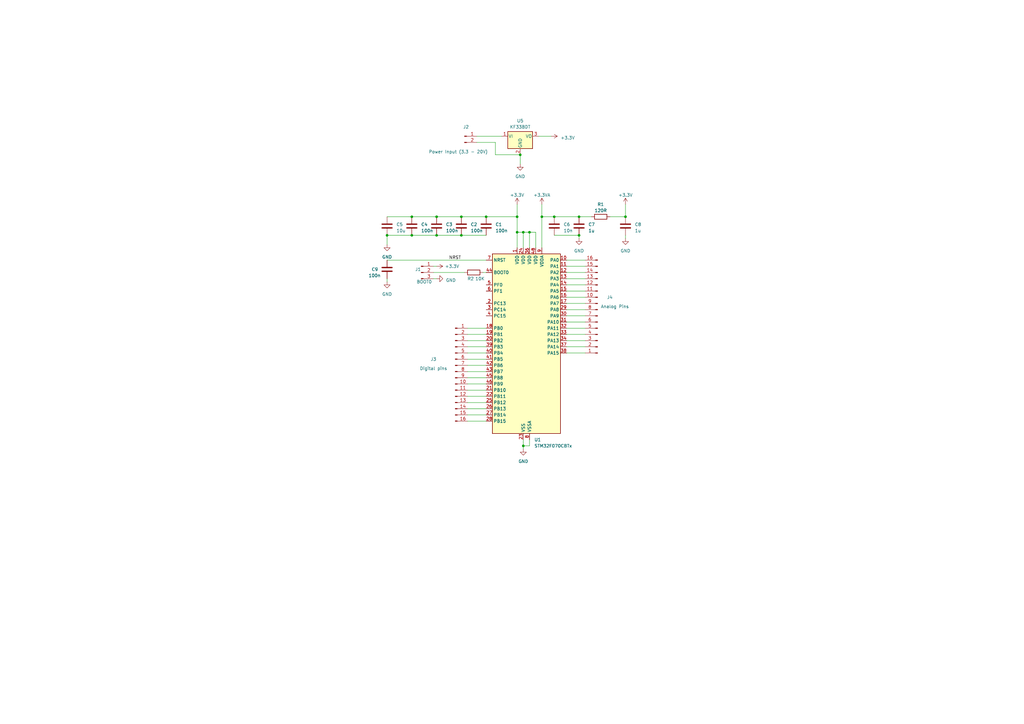
<source format=kicad_sch>
(kicad_sch (version 20230121) (generator eeschema)
  (paper "A3")
  (lib_symbols
    (symbol "Connector:Conn_01x02_Pin" (pin_names (offset 1.016) hide)
      (property "Reference" "J" (at 0 2.54 0))
      (property "Value" "Conn_01x02_Pin" (at 0 -5.08 0))
      (symbol "Conn_01x02_Pin_1_1"
        (polyline (pts (xy 1.27 -2.54) (xy 0.8636 -2.54)) (stroke (width 0.1524)))
        (polyline (pts (xy 1.27 0) (xy 0.8636 0)) (stroke (width 0.1524)))
        (rectangle (start 0.8636 -2.413) (end 0 -2.667) (stroke (width 0.1524)) (fill (type outline)))
        (rectangle (start 0.8636 0.127) (end 0 -0.127) (stroke (width 0.1524)) (fill (type outline)))
        (pin passive line (at 5.08 0 180) (length 3.81) (name "Pin_1") (number "1"))
        (pin passive line (at 5.08 -2.54 180) (length 3.81) (name "Pin_2") (number "2"))
      )
    )
    (symbol "Connector:Conn_01x03_Pin" (pin_names (offset 1.016) hide)
      (property "Reference" "J" (at 0 5.08 0))
      (property "Value" "Conn_01x03_Pin" (at 0 -5.08 0))
      (symbol "Conn_01x03_Pin_1_1"
        (polyline (pts (xy 1.27 -2.54) (xy 0.8636 -2.54)) (stroke (width 0.1524)))
        (polyline (pts (xy 1.27 0) (xy 0.8636 0)) (stroke (width 0.1524)))
        (polyline (pts (xy 1.27 2.54) (xy 0.8636 2.54)) (stroke (width 0.1524)))
        (rectangle (start 0.8636 -2.413) (end 0 -2.667) (stroke (width 0.1524)) (fill (type outline)))
        (rectangle (start 0.8636 0.127) (end 0 -0.127) (stroke (width 0.1524)) (fill (type outline)))
        (rectangle (start 0.8636 2.667) (end 0 2.413) (stroke (width 0.1524)) (fill (type outline)))
        (pin passive line (at 5.08 2.54 180) (length 3.81) (name "Pin_1") (number "1"))
        (pin passive line (at 5.08 0 180) (length 3.81) (name "Pin_2") (number "2"))
        (pin passive line (at 5.08 -2.54 180) (length 3.81) (name "Pin_3") (number "3"))
      )
    )
    (symbol "Connector:Conn_01x16_Pin" (pin_names (offset 1.016) hide)
      (property "Reference" "J" (at 0 20.32 0))
      (property "Value" "Conn_01x16_Pin" (at 0 -22.86 0))
      (symbol "Conn_01x16_Pin_1_1"
        (polyline (pts (xy 1.27 -20.32) (xy 0.8636 -20.32)) (stroke (width 0.1524)))
        (polyline (pts (xy 1.27 -17.78) (xy 0.8636 -17.78)) (stroke (width 0.1524)))
        (polyline (pts (xy 1.27 -15.24) (xy 0.8636 -15.24)) (stroke (width 0.1524)))
        (polyline (pts (xy 1.27 -12.7) (xy 0.8636 -12.7)) (stroke (width 0.1524)))
        (polyline (pts (xy 1.27 -10.16) (xy 0.8636 -10.16)) (stroke (width 0.1524)))
        (polyline (pts (xy 1.27 -7.62) (xy 0.8636 -7.62)) (stroke (width 0.1524)))
        (polyline (pts (xy 1.27 -5.08) (xy 0.8636 -5.08)) (stroke (width 0.1524)))
        (polyline (pts (xy 1.27 -2.54) (xy 0.8636 -2.54)) (stroke (width 0.1524)))
        (polyline (pts (xy 1.27 0) (xy 0.8636 0)) (stroke (width 0.1524)))
        (polyline (pts (xy 1.27 2.54) (xy 0.8636 2.54)) (stroke (width 0.1524)))
        (polyline (pts (xy 1.27 5.08) (xy 0.8636 5.08)) (stroke (width 0.1524)))
        (polyline (pts (xy 1.27 7.62) (xy 0.8636 7.62)) (stroke (width 0.1524)))
        (polyline (pts (xy 1.27 10.16) (xy 0.8636 10.16)) (stroke (width 0.1524)))
        (polyline (pts (xy 1.27 12.7) (xy 0.8636 12.7)) (stroke (width 0.1524)))
        (polyline (pts (xy 1.27 15.24) (xy 0.8636 15.24)) (stroke (width 0.1524)))
        (polyline (pts (xy 1.27 17.78) (xy 0.8636 17.78)) (stroke (width 0.1524)))
        (rectangle (start 0.8636 -20.193) (end 0 -20.447) (stroke (width 0.1524)) (fill (type outline)))
        (rectangle (start 0.8636 -17.653) (end 0 -17.907) (stroke (width 0.1524)) (fill (type outline)))
        (rectangle (start 0.8636 -15.113) (end 0 -15.367) (stroke (width 0.1524)) (fill (type outline)))
        (rectangle (start 0.8636 -12.573) (end 0 -12.827) (stroke (width 0.1524)) (fill (type outline)))
        (rectangle (start 0.8636 -10.033) (end 0 -10.287) (stroke (width 0.1524)) (fill (type outline)))
        (rectangle (start 0.8636 -7.493) (end 0 -7.747) (stroke (width 0.1524)) (fill (type outline)))
        (rectangle (start 0.8636 -4.953) (end 0 -5.207) (stroke (width 0.1524)) (fill (type outline)))
        (rectangle (start 0.8636 -2.413) (end 0 -2.667) (stroke (width 0.1524)) (fill (type outline)))
        (rectangle (start 0.8636 0.127) (end 0 -0.127) (stroke (width 0.1524)) (fill (type outline)))
        (rectangle (start 0.8636 2.667) (end 0 2.413) (stroke (width 0.1524)) (fill (type outline)))
        (rectangle (start 0.8636 5.207) (end 0 4.953) (stroke (width 0.1524)) (fill (type outline)))
        (rectangle (start 0.8636 7.747) (end 0 7.493) (stroke (width 0.1524)) (fill (type outline)))
        (rectangle (start 0.8636 10.287) (end 0 10.033) (stroke (width 0.1524)) (fill (type outline)))
        (rectangle (start 0.8636 12.827) (end 0 12.573) (stroke (width 0.1524)) (fill (type outline)))
        (rectangle (start 0.8636 15.367) (end 0 15.113) (stroke (width 0.1524)) (fill (type outline)))
        (rectangle (start 0.8636 17.907) (end 0 17.653) (stroke (width 0.1524)) (fill (type outline)))
        (pin passive line (at 5.08 17.78 180) (length 3.81) (name "Pin_1") (number "1"))
        (pin passive line (at 5.08 -5.08 180) (length 3.81) (name "Pin_10") (number "10"))
        (pin passive line (at 5.08 -7.62 180) (length 3.81) (name "Pin_11") (number "11"))
        (pin passive line (at 5.08 -10.16 180) (length 3.81) (name "Pin_12") (number "12"))
        (pin passive line (at 5.08 -12.7 180) (length 3.81) (name "Pin_13") (number "13"))
        (pin passive line (at 5.08 -15.24 180) (length 3.81) (name "Pin_14") (number "14"))
        (pin passive line (at 5.08 -17.78 180) (length 3.81) (name "Pin_15") (number "15"))
        (pin passive line (at 5.08 -20.32 180) (length 3.81) (name "Pin_16") (number "16"))
        (pin passive line (at 5.08 15.24 180) (length 3.81) (name "Pin_2") (number "2"))
        (pin passive line (at 5.08 12.7 180) (length 3.81) (name "Pin_3") (number "3"))
        (pin passive line (at 5.08 10.16 180) (length 3.81) (name "Pin_4") (number "4"))
        (pin passive line (at 5.08 7.62 180) (length 3.81) (name "Pin_5") (number "5"))
        (pin passive line (at 5.08 5.08 180) (length 3.81) (name "Pin_6") (number "6"))
        (pin passive line (at 5.08 2.54 180) (length 3.81) (name "Pin_7") (number "7"))
        (pin passive line (at 5.08 0 180) (length 3.81) (name "Pin_8") (number "8"))
        (pin passive line (at 5.08 -2.54 180) (length 3.81) (name "Pin_9") (number "9"))
      )
    )
    (symbol "Device:C" (pin_numbers hide) (pin_names (offset 0.254))
      (property "Reference" "C" (at 0.635 2.54 0))
      (property "Value" "C" (at 0.635 -2.54 0))
      (symbol "C_0_1"
        (polyline (pts (xy -2.032 -0.762) (xy 2.032 -0.762)) (stroke (width 0.508)))
        (polyline (pts (xy -2.032 0.762) (xy 2.032 0.762)) (stroke (width 0.508)))
      )
      (symbol "C_1_1"
        (pin passive line (at 0 3.81 270) (length 2.794) (name "~") (number "1"))
        (pin passive line (at 0 -3.81 90) (length 2.794) (name "~") (number "2"))
      )
    )
    (symbol "Device:R" (pin_numbers hide) (pin_names (offset 0))
      (property "Reference" "R" (at 2.032 0 90))
      (property "Value" "R" (at 0 0 90))
      (symbol "R_0_1"
        (rectangle (start -1.016 -2.54) (end 1.016 2.54) (stroke (width 0.254)))
      )
      (symbol "R_1_1"
        (pin passive line (at 0 3.81 270) (length 1.27) (name "~") (number "1"))
        (pin passive line (at 0 -3.81 90) (length 1.27) (name "~") (number "2"))
      )
    )
    (symbol "MCU_ST_STM32F0:STM32F070CBTx"
      (property "Reference" "U" (at -12.7 39.37 0))
      (property "Value" "STM32F070CBTx" (at 10.16 39.37 0))
      (symbol "STM32F070CBTx_0_1"
        (rectangle (start -12.7 -35.56) (end 15.24 38.1) (stroke (width 0.254)) (fill (type background)))
      )
      (symbol "STM32F070CBTx_1_1"
        (pin power_in line (at -2.54 40.64 270) (length 2.54) (name "VDD") (number "1"))
        (pin bidirectional line (at 17.78 35.56 180) (length 2.54) (name "PA0") (number "10"))
        (pin bidirectional line (at 17.78 33.02 180) (length 2.54) (name "PA1") (number "11"))
        (pin bidirectional line (at 17.78 30.48 180) (length 2.54) (name "PA2") (number "12"))
        (pin bidirectional line (at 17.78 27.94 180) (length 2.54) (name "PA3") (number "13"))
        (pin bidirectional line (at 17.78 25.4 180) (length 2.54) (name "PA4") (number "14"))
        (pin bidirectional line (at 17.78 22.86 180) (length 2.54) (name "PA5") (number "15"))
        (pin bidirectional line (at 17.78 20.32 180) (length 2.54) (name "PA6") (number "16"))
        (pin bidirectional line (at 17.78 17.78 180) (length 2.54) (name "PA7") (number "17"))
        (pin bidirectional line (at -15.24 7.62 0) (length 2.54) (name "PB0") (number "18"))
        (pin bidirectional line (at -15.24 5.08 0) (length 2.54) (name "PB1") (number "19"))
        (pin bidirectional line (at -15.24 17.78 0) (length 2.54) (name "PC13") (number "2"))
        (pin bidirectional line (at -15.24 2.54 0) (length 2.54) (name "PB2") (number "20"))
        (pin bidirectional line (at -15.24 -17.78 0) (length 2.54) (name "PB10") (number "21"))
        (pin bidirectional line (at -15.24 -20.32 0) (length 2.54) (name "PB11") (number "22"))
        (pin power_in line (at 0 -38.1 90) (length 2.54) (name "VSS") (number "23"))
        (pin power_in line (at 0 40.64 270) (length 2.54) (name "VDD") (number "24"))
        (pin bidirectional line (at -15.24 -22.86 0) (length 2.54) (name "PB12") (number "25"))
        (pin bidirectional line (at -15.24 -25.4 0) (length 2.54) (name "PB13") (number "26"))
        (pin bidirectional line (at -15.24 -27.94 0) (length 2.54) (name "PB14") (number "27"))
        (pin bidirectional line (at -15.24 -30.48 0) (length 2.54) (name "PB15") (number "28"))
        (pin bidirectional line (at 17.78 15.24 180) (length 2.54) (name "PA8") (number "29"))
        (pin bidirectional line (at -15.24 15.24 0) (length 2.54) (name "PC14") (number "3"))
        (pin bidirectional line (at 17.78 12.7 180) (length 2.54) (name "PA9") (number "30"))
        (pin bidirectional line (at 17.78 10.16 180) (length 2.54) (name "PA10") (number "31"))
        (pin bidirectional line (at 17.78 7.62 180) (length 2.54) (name "PA11") (number "32"))
        (pin bidirectional line (at 17.78 5.08 180) (length 2.54) (name "PA12") (number "33"))
        (pin bidirectional line (at 17.78 2.54 180) (length 2.54) (name "PA13") (number "34"))
        (pin passive line (at 0 -38.1 90) (length 2.54) hide (name "VSS") (number "35"))
        (pin power_in line (at 2.54 40.64 270) (length 2.54) (name "VDD") (number "36"))
        (pin bidirectional line (at 17.78 0 180) (length 2.54) (name "PA14") (number "37"))
        (pin bidirectional line (at 17.78 -2.54 180) (length 2.54) (name "PA15") (number "38"))
        (pin bidirectional line (at -15.24 0 0) (length 2.54) (name "PB3") (number "39"))
        (pin bidirectional line (at -15.24 12.7 0) (length 2.54) (name "PC15") (number "4"))
        (pin bidirectional line (at -15.24 -2.54 0) (length 2.54) (name "PB4") (number "40"))
        (pin bidirectional line (at -15.24 -5.08 0) (length 2.54) (name "PB5") (number "41"))
        (pin bidirectional line (at -15.24 -7.62 0) (length 2.54) (name "PB6") (number "42"))
        (pin bidirectional line (at -15.24 -10.16 0) (length 2.54) (name "PB7") (number "43"))
        (pin input line (at -15.24 30.48 0) (length 2.54) (name "BOOT0") (number "44"))
        (pin bidirectional line (at -15.24 -12.7 0) (length 2.54) (name "PB8") (number "45"))
        (pin bidirectional line (at -15.24 -15.24 0) (length 2.54) (name "PB9") (number "46"))
        (pin passive line (at 0 -38.1 90) (length 2.54) hide (name "VSS") (number "47"))
        (pin power_in line (at 5.08 40.64 270) (length 2.54) (name "VDD") (number "48"))
        (pin bidirectional line (at -15.24 25.4 0) (length 2.54) (name "PF0") (number "5"))
        (pin bidirectional line (at -15.24 22.86 0) (length 2.54) (name "PF1") (number "6"))
        (pin input line (at -15.24 35.56 0) (length 2.54) (name "NRST") (number "7"))
        (pin power_in line (at 2.54 -38.1 90) (length 2.54) (name "VSSA") (number "8"))
        (pin power_in line (at 7.62 40.64 270) (length 2.54) (name "VDDA") (number "9"))
      )
    )
    (symbol "Regulator_Linear:KF33BDT" (pin_names (offset 0.254))
      (property "Reference" "U" (at -3.81 3.175 0))
      (property "Value" "KF33BDT" (at 0 3.175 0))
      (symbol "KF33BDT_0_1"
        (rectangle (start -5.08 1.905) (end 5.08 -5.08) (stroke (width 0.254)) (fill (type background)))
      )
      (symbol "KF33BDT_1_1"
        (pin power_in line (at -7.62 0 0) (length 2.54) (name "VI") (number "1"))
        (pin power_in line (at 0 -7.62 90) (length 2.54) (name "GND") (number "2"))
        (pin power_out line (at 7.62 0 180) (length 2.54) (name "VO") (number "3"))
      )
    )
    (symbol "power:+3.3V" (power) (pin_names (offset 0))
      (property "Value" "+3.3V" (at 0 3.556 0))
      (symbol "+3.3V_0_1"
        (polyline (pts (xy -0.762 1.27) (xy 0 2.54)))
        (polyline (pts (xy 0 0) (xy 0 2.54)))
        (polyline (pts (xy 0 2.54) (xy 0.762 1.27)))
      )
      (symbol "+3.3V_1_1"
        (pin power_in line (at 0 0 90) (length 0) hide (name "+3.3V") (number "1"))
      )
    )
    (symbol "power:+3.3VA" (power) (pin_names (offset 0))
      (property "Value" "+3.3VA" (at 0 3.556 0))
      (symbol "+3.3VA_0_1"
        (polyline (pts (xy -0.762 1.27) (xy 0 2.54)))
        (polyline (pts (xy 0 0) (xy 0 2.54)))
        (polyline (pts (xy 0 2.54) (xy 0.762 1.27)))
      )
      (symbol "+3.3VA_1_1"
        (pin power_in line (at 0 0 90) (length 0) hide (name "+3.3VA") (number "1"))
      )
    )
    (symbol "power:GND" (power) (pin_names (offset 0))
      (property "Value" "GND" (at 0 -3.81 0))
      (symbol "GND_0_1"
        (polyline (pts (xy 0 0) (xy 0 -1.27) (xy 1.27 -1.27) (xy 0 -2.54) (xy -1.27 -1.27) (xy 0 -1.27)))
      )
      (symbol "GND_1_1"
        (pin power_in line (at 0 0 270) (length 0) hide (name "GND") (number "1"))
      )
    )
  )
  (junction (at 214.63 95.25))
  (junction (at 179.07 88.9))
  (junction (at 158.75 96.52))
  (junction (at 168.91 96.52))
  (junction (at 237.49 96.52))
  (junction (at 179.07 96.52))
  (junction (at 214.63 182.88))
  (junction (at 237.49 88.9))
  (junction (at 217.17 95.25))
  (junction (at 222.25 88.9))
  (junction (at 212.09 88.9))
  (junction (at 189.23 96.52))
  (junction (at 227.33 88.9))
  (junction (at 212.09 95.25))
  (junction (at 199.39 88.9))
  (junction (at 256.54 88.9))
  (junction (at 168.91 88.9))
  (junction (at 189.23 88.9))
  (junction (at 213.36 63.5))
  (wire (pts (xy 219.71 95.25) (xy 217.17 95.25)))
  (wire (pts (xy 168.91 96.52) (xy 179.07 96.52)))
  (wire (pts (xy 232.41 137.16) (xy 240.03 137.16)))
  (wire (pts (xy 232.41 139.7) (xy 240.03 139.7)))
  (wire (pts (xy 158.75 88.9) (xy 168.91 88.9)))
  (wire (pts (xy 168.91 88.9) (xy 179.07 88.9)))
  (wire (pts (xy 191.77 142.24) (xy 199.39 142.24)))
  (wire (pts (xy 191.77 154.94) (xy 199.39 154.94)))
  (wire (pts (xy 212.09 95.25) (xy 212.09 101.6)))
  (wire (pts (xy 191.77 172.72) (xy 199.39 172.72)))
  (wire (pts (xy 222.25 88.9) (xy 222.25 101.6)))
  (wire (pts (xy 232.41 124.46) (xy 240.03 124.46)))
  (wire (pts (xy 232.41 119.38) (xy 240.03 119.38)))
  (wire (pts (xy 189.23 96.52) (xy 199.39 96.52)))
  (wire (pts (xy 217.17 180.34) (xy 217.17 182.88)))
  (wire (pts (xy 191.77 147.32) (xy 199.39 147.32)))
  (wire (pts (xy 214.63 95.25) (xy 212.09 95.25)))
  (wire (pts (xy 237.49 88.9) (xy 242.57 88.9)))
  (wire (pts (xy 212.09 83.82) (xy 212.09 88.9)))
  (wire (pts (xy 179.07 114.3) (xy 177.8 114.3)))
  (wire (pts (xy 158.75 114.3) (xy 158.75 115.57)))
  (wire (pts (xy 199.39 88.9) (xy 212.09 88.9)))
  (wire (pts (xy 214.63 95.25) (xy 214.63 101.6)))
  (wire (pts (xy 195.58 58.42) (xy 203.2 58.42)))
  (wire (pts (xy 195.58 55.88) (xy 205.74 55.88)))
  (wire (pts (xy 222.25 83.82) (xy 222.25 88.9)))
  (wire (pts (xy 191.77 139.7) (xy 199.39 139.7)))
  (wire (pts (xy 232.41 116.84) (xy 240.03 116.84)))
  (wire (pts (xy 158.75 106.68) (xy 199.39 106.68)))
  (wire (pts (xy 237.49 96.52) (xy 237.49 97.79)))
  (wire (pts (xy 198.12 111.76) (xy 199.39 111.76)))
  (wire (pts (xy 191.77 134.62) (xy 199.39 134.62)))
  (wire (pts (xy 179.07 96.52) (xy 189.23 96.52)))
  (wire (pts (xy 232.41 132.08) (xy 240.03 132.08)))
  (wire (pts (xy 232.41 142.24) (xy 240.03 142.24)))
  (wire (pts (xy 203.2 58.42) (xy 203.2 63.5)))
  (wire (pts (xy 256.54 83.82) (xy 256.54 88.9)))
  (wire (pts (xy 214.63 180.34) (xy 214.63 182.88)))
  (wire (pts (xy 227.33 96.52) (xy 237.49 96.52)))
  (wire (pts (xy 222.25 88.9) (xy 227.33 88.9)))
  (wire (pts (xy 232.41 144.78) (xy 240.03 144.78)))
  (wire (pts (xy 213.36 63.5) (xy 213.36 67.31)))
  (wire (pts (xy 191.77 137.16) (xy 199.39 137.16)))
  (wire (pts (xy 232.41 111.76) (xy 240.03 111.76)))
  (wire (pts (xy 203.2 63.5) (xy 213.36 63.5)))
  (wire (pts (xy 158.75 96.52) (xy 158.75 100.33)))
  (wire (pts (xy 232.41 121.92) (xy 240.03 121.92)))
  (wire (pts (xy 256.54 96.52) (xy 256.54 97.79)))
  (wire (pts (xy 212.09 88.9) (xy 212.09 95.25)))
  (wire (pts (xy 191.77 162.56) (xy 199.39 162.56)))
  (wire (pts (xy 191.77 152.4) (xy 199.39 152.4)))
  (wire (pts (xy 232.41 109.22) (xy 240.03 109.22)))
  (wire (pts (xy 158.75 96.52) (xy 168.91 96.52)))
  (wire (pts (xy 191.77 165.1) (xy 199.39 165.1)))
  (wire (pts (xy 191.77 170.18) (xy 199.39 170.18)))
  (wire (pts (xy 214.63 182.88) (xy 217.17 182.88)))
  (wire (pts (xy 190.5 111.76) (xy 177.8 111.76)))
  (wire (pts (xy 217.17 95.25) (xy 214.63 95.25)))
  (wire (pts (xy 227.33 88.9) (xy 237.49 88.9)))
  (wire (pts (xy 232.41 127) (xy 240.03 127)))
  (wire (pts (xy 217.17 95.25) (xy 217.17 101.6)))
  (wire (pts (xy 191.77 149.86) (xy 199.39 149.86)))
  (wire (pts (xy 250.19 88.9) (xy 256.54 88.9)))
  (wire (pts (xy 189.23 88.9) (xy 199.39 88.9)))
  (wire (pts (xy 179.07 88.9) (xy 189.23 88.9)))
  (wire (pts (xy 191.77 157.48) (xy 199.39 157.48)))
  (wire (pts (xy 220.98 55.88) (xy 226.06 55.88)))
  (wire (pts (xy 232.41 106.68) (xy 240.03 106.68)))
  (wire (pts (xy 232.41 129.54) (xy 240.03 129.54)))
  (wire (pts (xy 219.71 95.25) (xy 219.71 101.6)))
  (wire (pts (xy 191.77 144.78) (xy 199.39 144.78)))
  (wire (pts (xy 191.77 160.02) (xy 199.39 160.02)))
  (wire (pts (xy 232.41 134.62) (xy 240.03 134.62)))
  (wire (pts (xy 214.63 182.88) (xy 214.63 184.15)))
  (wire (pts (xy 191.77 167.64) (xy 199.39 167.64)))
  (wire (pts (xy 232.41 114.3) (xy 240.03 114.3)))
  (wire (pts (xy 179.07 109.22) (xy 177.8 109.22)))
  (label "NRST" (at 184.15 106.68 0))
  (symbol (lib_id "power:+3.3VA") (at 222.25 83.82 0) (unit 1)
    (property "Reference" "#PWR06" (effects hide))
    (property "Value" "+3.3VA" (at 222.25 80.01 0))
  )
  (symbol (lib_id "power:+3.3V") (at 212.09 83.82 0) (unit 1)
    (property "Reference" "#PWR02" (effects hide))
    (property "Value" "+3.3V" (at 212.09 80.01 0))
  )
  (symbol (lib_id "Device:C") (at 158.75 110.49 0) (unit 1)
    (property "Reference" "C9" (at 152.4 110.49 0) (effects (justify left)))
    (property "Value" "100n" (at 151.13 113.03 0) (effects (justify left)))
  )
  (symbol (lib_id "power:GND") (at 256.54 97.79 0) (unit 1)
    (property "Reference" "#PWR09" (effects hide))
    (property "Value" "GND" (at 256.54 102.87 0))
  )
  (symbol (lib_id "Device:C") (at 168.91 92.71 0) (unit 1)
    (property "Reference" "C4" (at 172.72 92.075 0) (effects (justify left)))
    (property "Value" "100n" (at 172.72 94.615 0) (effects (justify left)))
  )
  (symbol (lib_id "Device:C") (at 179.07 92.71 0) (unit 1)
    (property "Reference" "C3" (at 182.88 92.075 0) (effects (justify left)))
    (property "Value" "100n" (at 182.88 94.615 0) (effects (justify left)))
  )
  (symbol (lib_id "Connector:Conn_01x02_Pin") (at 190.5 55.88 0) (unit 1)
    (property "Reference" "J2" (at 191.135 52.07 0))
    (property "Value" "Power Input (3.3 - 20V)" (at 187.96 62.23 0))
  )
  (symbol (lib_id "Regulator_Linear:KF33BDT") (at 213.36 55.88 0) (unit 1)
    (property "Reference" "U5" (at 213.36 49.53 0))
    (property "Value" "KF33BDT" (at 213.36 52.07 0))
    (property "Footprint" "Package_TO_SOT_SMD:TO-252-2" (effects hide))
    (property "Datasheet" "https://www.st.com/resource/en/datasheet/kfxx.pdf" (effects hide))
  )
  (symbol (lib_id "Device:R") (at 246.38 88.9 90) (unit 1)
    (property "Reference" "R1" (at 246.38 83.82 90))
    (property "Value" "120R" (at 246.38 86.36 90))
  )
  (symbol (lib_id "Connector:Conn_01x03_Pin") (at 172.72 111.76 0) (unit 1)
    (property "Reference" "J1" (at 171.45 110.49 0))
    (property "Value" "BOOT0" (at 173.99 115.57 0))
  )
  (symbol (lib_id "Connector:Conn_01x16_Pin") (at 245.11 127 180) (unit 1)
    (property "Reference" "J4" (at 248.92 121.92 0) (effects (justify right)))
    (property "Value" "Analog Pins" (at 246.38 125.73 0) (effects (justify right)))
  )
  (symbol (lib_id "Device:C") (at 256.54 92.71 0) (unit 1)
    (property "Reference" "C8" (at 260.35 92.075 0) (effects (justify left)))
    (property "Value" "1u" (at 260.35 94.615 0) (effects (justify left)))
  )
  (symbol (lib_id "power:+3.3V") (at 256.54 83.82 0) (unit 1)
    (property "Reference" "#PWR08" (effects hide))
    (property "Value" "+3.3V" (at 256.54 80.01 0))
  )
  (symbol (lib_id "Device:C") (at 199.39 92.71 0) (unit 1)
    (property "Reference" "C1" (at 203.2 92.075 0) (effects (justify left)))
    (property "Value" "100n" (at 203.2 94.615 0) (effects (justify left)))
  )
  (symbol (lib_id "Connector:Conn_01x16_Pin") (at 186.69 152.4 0) (unit 1)
    (property "Reference" "J3" (at 177.8 147.32 0))
    (property "Value" "Digital pins" (at 177.8 151.13 0))
  )
  (symbol (lib_id "power:+3.3V") (at 226.06 55.88 270) (unit 1)
    (property "Reference" "#PWR012" (effects hide))
    (property "Value" "+3.3V" (at 229.87 56.515 90) (effects (justify left)))
  )
  (symbol (lib_id "power:GND") (at 237.49 97.79 0) (unit 1)
    (property "Reference" "#PWR07" (effects hide))
    (property "Value" "GND" (at 237.49 102.87 0))
  )
  (symbol (lib_id "power:GND") (at 213.36 67.31 0) (unit 1)
    (property "Reference" "#PWR04" (effects hide))
    (property "Value" "GND" (at 213.36 72.39 0))
  )
  (symbol (lib_id "power:GND") (at 158.75 115.57 0) (unit 1)
    (property "Reference" "#PWR03" (effects hide))
    (property "Value" "GND" (at 158.75 120.65 0))
  )
  (symbol (lib_id "Device:C") (at 237.49 92.71 0) (unit 1)
    (property "Reference" "C7" (at 241.3 92.075 0) (effects (justify left)))
    (property "Value" "1u" (at 241.3 94.615 0) (effects (justify left)))
  )
  (symbol (lib_id "power:GND") (at 214.63 184.15 0) (unit 1)
    (property "Reference" "#PWR01" (effects hide))
    (property "Value" "GND" (at 214.63 189.23 0))
  )
  (symbol (lib_id "power:+3.3V") (at 179.07 109.22 270) (unit 1)
    (property "Reference" "#PWR011" (effects hide))
    (property "Value" "+3.3V" (at 185.42 109.22 90))
  )
  (symbol (lib_id "Device:C") (at 189.23 92.71 0) (unit 1)
    (property "Reference" "C2" (at 193.04 92.075 0) (effects (justify left)))
    (property "Value" "100n" (at 193.04 94.615 0) (effects (justify left)))
  )
  (symbol (lib_id "MCU_ST_STM32F0:STM32F070CBTx") (at 214.63 142.24 0) (unit 1)
    (property "Reference" "U1" (at 219.1259 180.34 0) (effects (justify left)))
    (property "Value" "STM32F070CBTx" (at 219.1259 182.88 0) (effects (justify left)))
    (property "Footprint" "Package_QFP:LQFP-48_7x7mm_P0.5mm" (effects hide))
    (property "Datasheet" "https://www.st.com/resource/en/datasheet/stm32f070cb.pdf" (effects hide))
  )
  (symbol (lib_id "power:GND") (at 158.75 100.33 0) (unit 1)
    (property "Reference" "#PWR05" (effects hide))
    (property "Value" "GND" (at 158.75 105.41 0))
  )
  (symbol (lib_id "power:GND") (at 179.07 114.3 90) (unit 1)
    (property "Reference" "#PWR010" (effects hide))
    (property "Value" "GND" (at 182.88 114.935 90) (effects (justify right)))
  )
  (symbol (lib_id "Device:C") (at 227.33 92.71 0) (unit 1)
    (property "Reference" "C6" (at 231.14 92.075 0) (effects (justify left)))
    (property "Value" "10n" (at 231.14 94.615 0) (effects (justify left)))
  )
  (symbol (lib_id "Device:R") (at 194.31 111.76 90) (unit 1)
    (property "Reference" "R2" (at 193.04 114.3 90))
    (property "Value" "10K" (at 196.85 114.3 90))
  )
  (symbol (lib_id "Device:C") (at 158.75 92.71 0) (unit 1)
    (property "Reference" "C5" (at 162.56 92.075 0) (effects (justify left)))
    (property "Value" "10u" (at 162.56 94.615 0) (effects (justify left)))
  )
)
</source>
